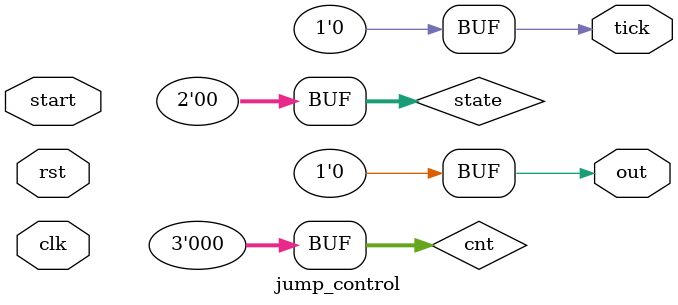
<source format=v>

module jump_control
#(parameter N=3)
(
	input  wire         clk, rst, 
	input  wire         start,   // start signal
        output wire         out ,    // output state
	output wire         tick     // trigger
);

//signal declaration
reg [N-1:0] cnt;
reg [N-1:0] cnt_next;

reg [2-1:0] state, state_next;
wire        tirgger;

localparam  [2-1:0] // 8 posible states
        idle     = 2'd0,
        wait1    = 2'd1,
        jump     = 2'd2,
        wait2    = 2'd3;

// body
always @(posedge clk)
	if (rst) begin
                cnt           <=  {N{1'b0}} ;
                state         <=   0 ;
        end
	else begin
		cnt           <=   cnt_next;
                state         <=   state_next ;
        end

// next-state logic 
always @*
begin
        case (state)
                idle : begin // waiting for start
                    if (start) 
                        state_next <= wait1 ;
                    else
                        state_next  <=    idle ;
                    cnt_next        <=    {N{1'b0}} ;
                end
                wait1 : begin // waiting before jump
                    if (&cnt) 
                        state_next <= jump ;
                    else
                        state_next <= wait1 ;
                    cnt_next       <=    cnt + 1 ;
                end
                jump : begin // change the state
                    state_next     <= wait2 ;
                    cnt_next       <=    {N{1'b0}} ;
                end
                wait2 : begin // keep waiting until start changes
                    if (start) 
                        state_next <= wait2 ;
                    else
                        state_next  <=    idle ;
                    cnt_next        <=    {N{1'b0}} ;
                end
                default : begin 
                    state      <= idle;
                    cnt        <= {N{1'b0}} ;
                end
        endcase
end


// output logic

assign tick = (state==jump) ;
assign out  = (state==jump)|(state==wait2) ;

endmodule

</source>
